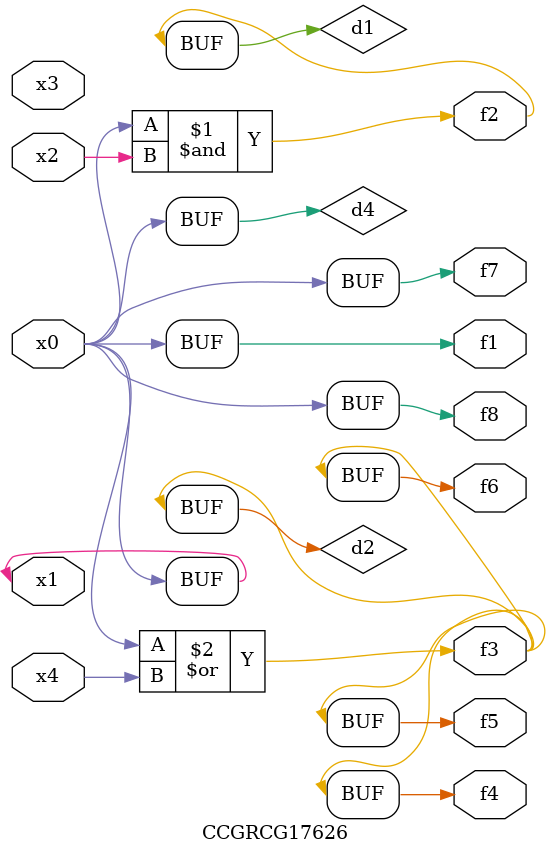
<source format=v>
module CCGRCG17626(
	input x0, x1, x2, x3, x4,
	output f1, f2, f3, f4, f5, f6, f7, f8
);

	wire d1, d2, d3, d4;

	and (d1, x0, x2);
	or (d2, x0, x4);
	nand (d3, x0, x2);
	buf (d4, x0, x1);
	assign f1 = d4;
	assign f2 = d1;
	assign f3 = d2;
	assign f4 = d2;
	assign f5 = d2;
	assign f6 = d2;
	assign f7 = d4;
	assign f8 = d4;
endmodule

</source>
